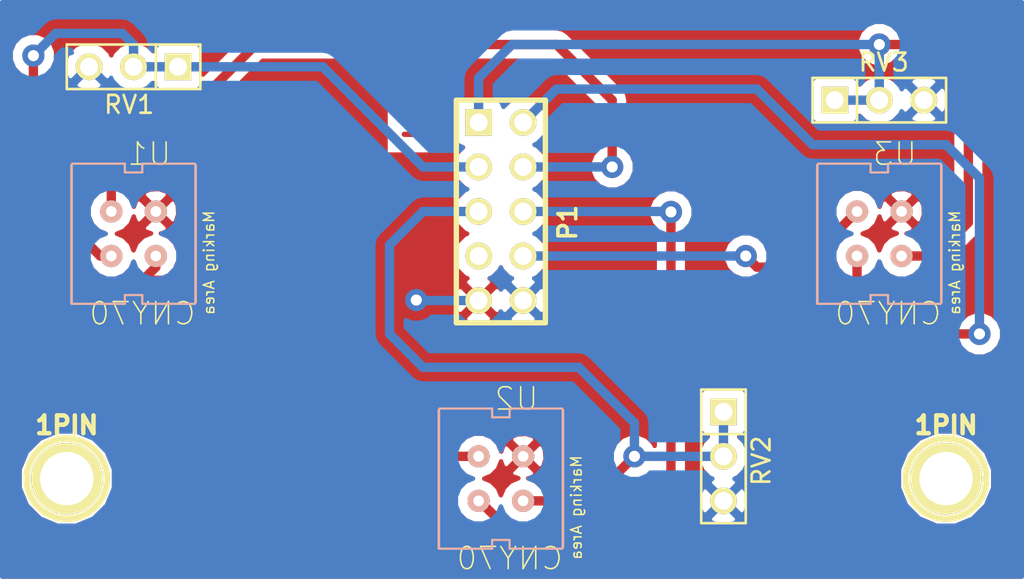
<source format=kicad_pcb>
(kicad_pcb (version 3) (host pcbnew "(2013-mar-13)-testing")

  (general
    (links 21)
    (no_connects 0)
    (area 55.245 31.75 113.665001 64.82207)
    (thickness 1.6)
    (drawings 2)
    (tracks 85)
    (zones 0)
    (modules 9)
    (nets 11)
  )

  (page A3)
  (layers
    (15 F.Cu signal)
    (0 B.Cu signal)
    (16 B.Adhes user)
    (17 F.Adhes user)
    (18 B.Paste user)
    (19 F.Paste user)
    (20 B.SilkS user)
    (21 F.SilkS user)
    (22 B.Mask user)
    (23 F.Mask user)
    (24 Dwgs.User user)
    (25 Cmts.User user)
    (26 Eco1.User user)
    (27 Eco2.User user)
    (28 Edge.Cuts user)
  )

  (setup
    (last_trace_width 0.5334)
    (trace_clearance 0.5334)
    (zone_clearance 0.508)
    (zone_45_only no)
    (trace_min 0.254)
    (segment_width 0.2)
    (edge_width 0.1)
    (via_size 1.27)
    (via_drill 0.635)
    (via_min_size 0.889)
    (via_min_drill 0.508)
    (uvia_size 0.762)
    (uvia_drill 0.508)
    (uvias_allowed no)
    (uvia_min_size 0.508)
    (uvia_min_drill 0.127)
    (pcb_text_width 0.3)
    (pcb_text_size 1.5 1.5)
    (mod_edge_width 0.15)
    (mod_text_size 1 1)
    (mod_text_width 0.15)
    (pad_size 1.524 1.524)
    (pad_drill 1.016)
    (pad_to_mask_clearance 0)
    (aux_axis_origin 0 0)
    (visible_elements 7FFFFFFF)
    (pcbplotparams
      (layerselection 32769)
      (usegerberextensions false)
      (excludeedgelayer true)
      (linewidth 0.150000)
      (plotframeref false)
      (viasonmask false)
      (mode 1)
      (useauxorigin false)
      (hpglpennumber 1)
      (hpglpenspeed 20)
      (hpglpendiameter 15)
      (hpglpenoverlay 2)
      (psnegative true)
      (psa4output false)
      (plotreference false)
      (plotvalue false)
      (plotothertext false)
      (plotinvisibletext false)
      (padsonsilk false)
      (subtractmaskfromsilk false)
      (outputformat 2)
      (mirror false)
      (drillshape 0)
      (scaleselection 1)
      (outputdirectory ../gerbers/Sensores/))
  )

  (net 0 "")
  (net 1 /5V)
  (net 2 /GND)
  (net 3 "/GND LED sensores")
  (net 4 "/PA0 - Sensor piso izquierda")
  (net 5 "/PA1 - Sensor piso centro")
  (net 6 "/PA2 - Sensor piso derecha")
  (net 7 "/Vcc sensor piso centro")
  (net 8 "/Vcc sensor piso derecha")
  (net 9 "/Vcc sensor piso izquierda")
  (net 10 N-000008)

  (net_class Default "This is the default net class."
    (clearance 0.5334)
    (trace_width 0.5334)
    (via_dia 1.27)
    (via_drill 0.635)
    (uvia_dia 0.762)
    (uvia_drill 0.508)
    (add_net "")
    (add_net /5V)
    (add_net /GND)
    (add_net "/GND LED sensores")
    (add_net "/PA0 - Sensor piso izquierda")
    (add_net "/PA1 - Sensor piso centro")
    (add_net "/PA2 - Sensor piso derecha")
    (add_net "/Vcc sensor piso centro")
    (add_net "/Vcc sensor piso derecha")
    (add_net "/Vcc sensor piso izquierda")
    (add_net N-000008)
  )

  (module PIN_ARRAY_5x2 (layer F.Cu) (tedit 3FCF2109) (tstamp 51A2B965)
    (at 83.82 43.815 270)
    (descr "Double rangee de contacts 2 x 5 pins")
    (tags CONN)
    (path /51A27F19)
    (fp_text reference P1 (at 0.635 -3.81 270) (layer F.SilkS)
      (effects (font (size 1.016 1.016) (thickness 0.2032)))
    )
    (fp_text value CONN_5X2 (at 0 -3.81 270) (layer F.SilkS) hide
      (effects (font (size 1.016 1.016) (thickness 0.2032)))
    )
    (fp_line (start -6.35 -2.54) (end 6.35 -2.54) (layer F.SilkS) (width 0.3048))
    (fp_line (start 6.35 -2.54) (end 6.35 2.54) (layer F.SilkS) (width 0.3048))
    (fp_line (start 6.35 2.54) (end -6.35 2.54) (layer F.SilkS) (width 0.3048))
    (fp_line (start -6.35 2.54) (end -6.35 -2.54) (layer F.SilkS) (width 0.3048))
    (pad 1 thru_hole rect (at -5.08 1.27 270) (size 1.524 1.524) (drill 1.016)
      (layers *.Cu *.Mask F.SilkS)
      (net 6 "/PA2 - Sensor piso derecha")
    )
    (pad 2 thru_hole circle (at -5.08 -1.27 270) (size 1.524 1.524) (drill 1.016)
      (layers *.Cu *.Mask F.SilkS)
      (net 8 "/Vcc sensor piso derecha")
    )
    (pad 3 thru_hole circle (at -2.54 1.27 270) (size 1.524 1.524) (drill 1.016)
      (layers *.Cu *.Mask F.SilkS)
      (net 4 "/PA0 - Sensor piso izquierda")
    )
    (pad 4 thru_hole circle (at -2.54 -1.27 270) (size 1.524 1.524) (drill 1.016)
      (layers *.Cu *.Mask F.SilkS)
      (net 9 "/Vcc sensor piso izquierda")
    )
    (pad 5 thru_hole circle (at 0 1.27 270) (size 1.524 1.524) (drill 1.016)
      (layers *.Cu *.Mask F.SilkS)
      (net 5 "/PA1 - Sensor piso centro")
    )
    (pad 6 thru_hole circle (at 0 -1.27 270) (size 1.524 1.524) (drill 1.016)
      (layers *.Cu *.Mask F.SilkS)
      (net 7 "/Vcc sensor piso centro")
    )
    (pad 7 thru_hole circle (at 2.54 1.27 270) (size 1.524 1.524) (drill 1.016)
      (layers *.Cu *.Mask F.SilkS)
      (net 10 N-000008)
    )
    (pad 8 thru_hole circle (at 2.54 -1.27 270) (size 1.524 1.524) (drill 1.016)
      (layers *.Cu *.Mask F.SilkS)
      (net 3 "/GND LED sensores")
    )
    (pad 9 thru_hole circle (at 5.08 1.27 270) (size 1.524 1.524) (drill 1.016)
      (layers *.Cu *.Mask F.SilkS)
      (net 1 /5V)
    )
    (pad 10 thru_hole circle (at 5.08 -1.27 270) (size 1.524 1.524) (drill 1.016)
      (layers *.Cu *.Mask F.SilkS)
      (net 2 /GND)
    )
    (model pin_array/pins_array_5x2.wrl
      (at (xyz 0 0 0))
      (scale (xyz 1 1 1))
      (rotate (xyz 0 0 0))
    )
  )

  (module PIN_ARRAY_3X1 (layer F.Cu) (tedit 4C1130E0) (tstamp 51A29A99)
    (at 62.865 35.56 180)
    (descr "Connecteur 3 pins")
    (tags "CONN DEV")
    (path /516A2B00)
    (fp_text reference RV1 (at 0.254 -2.159 180) (layer F.SilkS)
      (effects (font (size 1.016 1.016) (thickness 0.1524)))
    )
    (fp_text value POT (at 0 -2.159 180) (layer F.SilkS) hide
      (effects (font (size 1.016 1.016) (thickness 0.1524)))
    )
    (fp_line (start -3.81 1.27) (end -3.81 -1.27) (layer F.SilkS) (width 0.1524))
    (fp_line (start -3.81 -1.27) (end 3.81 -1.27) (layer F.SilkS) (width 0.1524))
    (fp_line (start 3.81 -1.27) (end 3.81 1.27) (layer F.SilkS) (width 0.1524))
    (fp_line (start 3.81 1.27) (end -3.81 1.27) (layer F.SilkS) (width 0.1524))
    (fp_line (start -1.27 -1.27) (end -1.27 1.27) (layer F.SilkS) (width 0.1524))
    (pad 1 thru_hole rect (at -2.54 0 180) (size 1.524 1.524) (drill 1.016)
      (layers *.Cu *.Mask F.SilkS)
      (net 4 "/PA0 - Sensor piso izquierda")
    )
    (pad 2 thru_hole circle (at 0 0 180) (size 1.524 1.524) (drill 1.016)
      (layers *.Cu *.Mask F.SilkS)
      (net 4 "/PA0 - Sensor piso izquierda")
    )
    (pad 3 thru_hole circle (at 2.54 0 180) (size 1.524 1.524) (drill 1.016)
      (layers *.Cu *.Mask F.SilkS)
      (net 2 /GND)
    )
    (model pin_array/pins_array_3x1.wrl
      (at (xyz 0 0 0))
      (scale (xyz 1 1 1))
      (rotate (xyz 0 0 0))
    )
  )

  (module PIN_ARRAY_3X1 (layer F.Cu) (tedit 4C1130E0) (tstamp 51A29AA5)
    (at 96.52 57.785 270)
    (descr "Connecteur 3 pins")
    (tags "CONN DEV")
    (path /51A284F4)
    (fp_text reference RV2 (at 0.254 -2.159 270) (layer F.SilkS)
      (effects (font (size 1.016 1.016) (thickness 0.1524)))
    )
    (fp_text value POT (at 0 -2.159 270) (layer F.SilkS) hide
      (effects (font (size 1.016 1.016) (thickness 0.1524)))
    )
    (fp_line (start -3.81 1.27) (end -3.81 -1.27) (layer F.SilkS) (width 0.1524))
    (fp_line (start -3.81 -1.27) (end 3.81 -1.27) (layer F.SilkS) (width 0.1524))
    (fp_line (start 3.81 -1.27) (end 3.81 1.27) (layer F.SilkS) (width 0.1524))
    (fp_line (start 3.81 1.27) (end -3.81 1.27) (layer F.SilkS) (width 0.1524))
    (fp_line (start -1.27 -1.27) (end -1.27 1.27) (layer F.SilkS) (width 0.1524))
    (pad 1 thru_hole rect (at -2.54 0 270) (size 1.524 1.524) (drill 1.016)
      (layers *.Cu *.Mask F.SilkS)
      (net 5 "/PA1 - Sensor piso centro")
    )
    (pad 2 thru_hole circle (at 0 0 270) (size 1.524 1.524) (drill 1.016)
      (layers *.Cu *.Mask F.SilkS)
      (net 5 "/PA1 - Sensor piso centro")
    )
    (pad 3 thru_hole circle (at 2.54 0 270) (size 1.524 1.524) (drill 1.016)
      (layers *.Cu *.Mask F.SilkS)
      (net 2 /GND)
    )
    (model pin_array/pins_array_3x1.wrl
      (at (xyz 0 0 0))
      (scale (xyz 1 1 1))
      (rotate (xyz 0 0 0))
    )
  )

  (module PIN_ARRAY_3X1 (layer F.Cu) (tedit 4C1130E0) (tstamp 51A29AB1)
    (at 105.41 37.465)
    (descr "Connecteur 3 pins")
    (tags "CONN DEV")
    (path /51A28514)
    (fp_text reference RV3 (at 0.254 -2.159) (layer F.SilkS)
      (effects (font (size 1.016 1.016) (thickness 0.1524)))
    )
    (fp_text value POT (at 0 -2.159) (layer F.SilkS) hide
      (effects (font (size 1.016 1.016) (thickness 0.1524)))
    )
    (fp_line (start -3.81 1.27) (end -3.81 -1.27) (layer F.SilkS) (width 0.1524))
    (fp_line (start -3.81 -1.27) (end 3.81 -1.27) (layer F.SilkS) (width 0.1524))
    (fp_line (start 3.81 -1.27) (end 3.81 1.27) (layer F.SilkS) (width 0.1524))
    (fp_line (start 3.81 1.27) (end -3.81 1.27) (layer F.SilkS) (width 0.1524))
    (fp_line (start -1.27 -1.27) (end -1.27 1.27) (layer F.SilkS) (width 0.1524))
    (pad 1 thru_hole rect (at -2.54 0) (size 1.524 1.524) (drill 1.016)
      (layers *.Cu *.Mask F.SilkS)
      (net 6 "/PA2 - Sensor piso derecha")
    )
    (pad 2 thru_hole circle (at 0 0) (size 1.524 1.524) (drill 1.016)
      (layers *.Cu *.Mask F.SilkS)
      (net 6 "/PA2 - Sensor piso derecha")
    )
    (pad 3 thru_hole circle (at 2.54 0) (size 1.524 1.524) (drill 1.016)
      (layers *.Cu *.Mask F.SilkS)
      (net 2 /GND)
    )
    (model pin_array/pins_array_3x1.wrl
      (at (xyz 0 0 0))
      (scale (xyz 1 1 1))
      (rotate (xyz 0 0 0))
    )
  )

  (module cny70-4 (layer B.Cu) (tedit 200000) (tstamp 51A29AC6)
    (at 62.865 45.085)
    (path /516A2AAF)
    (attr virtual)
    (fp_text reference U1 (at 0.889 -4.55422) (layer F.SilkS)
      (effects (font (size 1.27 1.27) (thickness 0.0889)) (justify mirror))
    )
    (fp_text value CNY70 (at 0.508 4.55422) (layer F.SilkS)
      (effects (font (size 1.27 1.27) (thickness 0.0889)) (justify mirror))
    )
    (fp_line (start 3.53822 3.91922) (end 3.53822 -3.91922) (layer B.SilkS) (width 0.1524))
    (fp_line (start -3.53822 -3.91922) (end -3.53822 3.98272) (layer B.SilkS) (width 0.1524))
    (fp_line (start -0.49784 3.99796) (end -0.49784 3.49758) (layer B.SilkS) (width 0.127))
    (fp_line (start -0.49784 3.49758) (end 0.49784 3.49758) (layer B.SilkS) (width 0.127))
    (fp_line (start 0.49784 3.49758) (end 0.49784 3.99796) (layer B.SilkS) (width 0.127))
    (fp_line (start -0.49784 -3.99796) (end -0.49784 -3.49758) (layer B.SilkS) (width 0.127))
    (fp_line (start -0.49784 -3.49758) (end 0.49784 -3.49758) (layer B.SilkS) (width 0.127))
    (fp_line (start 0.49784 -3.49758) (end 0.49784 -3.99796) (layer B.SilkS) (width 0.127))
    (fp_line (start -0.49784 3.99796) (end -3.49758 3.99796) (layer B.SilkS) (width 0.127))
    (fp_line (start 0.49784 3.99796) (end 3.49758 3.99796) (layer B.SilkS) (width 0.127))
    (fp_line (start -0.49784 -3.99796) (end -3.49758 -3.99796) (layer B.SilkS) (width 0.127))
    (fp_line (start 0.49784 -3.99796) (end 3.49758 -3.99796) (layer B.SilkS) (width 0.127))
    (fp_text user "Marking Area" (at 4.30276 1.65608 90) (layer F.SilkS)
      (effects (font (size 0.6096 0.6096) (thickness 0.0889)) (justify mirror))
    )
    (pad A thru_hole circle (at -1.27 1.27) (size 1.27 1.27) (drill 0.6096)
      (layers *.Cu B.Paste B.SilkS B.Mask)
      (net 9 "/Vcc sensor piso izquierda")
    )
    (pad C thru_hole circle (at 1.27 -1.27) (size 1.27 1.27) (drill 0.6096)
      (layers *.Cu B.Paste B.SilkS B.Mask)
      (net 1 /5V)
    )
    (pad E thru_hole circle (at 1.27 1.27) (size 1.27 1.27) (drill 0.6096)
      (layers *.Cu B.Paste B.SilkS B.Mask)
      (net 4 "/PA0 - Sensor piso izquierda")
    )
    (pad K thru_hole circle (at -1.27 -1.27) (size 1.27 1.27) (drill 0.6096)
      (layers *.Cu B.Paste B.SilkS B.Mask)
      (net 3 "/GND LED sensores")
    )
  )

  (module cny70-4 (layer B.Cu) (tedit 200000) (tstamp 51A29ADB)
    (at 83.82 59.055)
    (path /51A284FA)
    (attr virtual)
    (fp_text reference U2 (at 0.889 -4.55422) (layer F.SilkS)
      (effects (font (size 1.27 1.27) (thickness 0.0889)) (justify mirror))
    )
    (fp_text value CNY70 (at 0.508 4.55422) (layer F.SilkS)
      (effects (font (size 1.27 1.27) (thickness 0.0889)) (justify mirror))
    )
    (fp_line (start 3.53822 3.91922) (end 3.53822 -3.91922) (layer B.SilkS) (width 0.1524))
    (fp_line (start -3.53822 -3.91922) (end -3.53822 3.98272) (layer B.SilkS) (width 0.1524))
    (fp_line (start -0.49784 3.99796) (end -0.49784 3.49758) (layer B.SilkS) (width 0.127))
    (fp_line (start -0.49784 3.49758) (end 0.49784 3.49758) (layer B.SilkS) (width 0.127))
    (fp_line (start 0.49784 3.49758) (end 0.49784 3.99796) (layer B.SilkS) (width 0.127))
    (fp_line (start -0.49784 -3.99796) (end -0.49784 -3.49758) (layer B.SilkS) (width 0.127))
    (fp_line (start -0.49784 -3.49758) (end 0.49784 -3.49758) (layer B.SilkS) (width 0.127))
    (fp_line (start 0.49784 -3.49758) (end 0.49784 -3.99796) (layer B.SilkS) (width 0.127))
    (fp_line (start -0.49784 3.99796) (end -3.49758 3.99796) (layer B.SilkS) (width 0.127))
    (fp_line (start 0.49784 3.99796) (end 3.49758 3.99796) (layer B.SilkS) (width 0.127))
    (fp_line (start -0.49784 -3.99796) (end -3.49758 -3.99796) (layer B.SilkS) (width 0.127))
    (fp_line (start 0.49784 -3.99796) (end 3.49758 -3.99796) (layer B.SilkS) (width 0.127))
    (fp_text user "Marking Area" (at 4.30276 1.65608 90) (layer F.SilkS)
      (effects (font (size 0.6096 0.6096) (thickness 0.0889)) (justify mirror))
    )
    (pad A thru_hole circle (at -1.27 1.27) (size 1.27 1.27) (drill 0.6096)
      (layers *.Cu B.Paste B.SilkS B.Mask)
      (net 7 "/Vcc sensor piso centro")
    )
    (pad C thru_hole circle (at 1.27 -1.27) (size 1.27 1.27) (drill 0.6096)
      (layers *.Cu B.Paste B.SilkS B.Mask)
      (net 1 /5V)
    )
    (pad E thru_hole circle (at 1.27 1.27) (size 1.27 1.27) (drill 0.6096)
      (layers *.Cu B.Paste B.SilkS B.Mask)
      (net 5 "/PA1 - Sensor piso centro")
    )
    (pad K thru_hole circle (at -1.27 -1.27) (size 1.27 1.27) (drill 0.6096)
      (layers *.Cu B.Paste B.SilkS B.Mask)
      (net 3 "/GND LED sensores")
    )
  )

  (module cny70-4 (layer B.Cu) (tedit 200000) (tstamp 51A29AF0)
    (at 105.41 45.085)
    (path /51A299A4)
    (attr virtual)
    (fp_text reference U3 (at 0.889 -4.55422) (layer F.SilkS)
      (effects (font (size 1.27 1.27) (thickness 0.0889)) (justify mirror))
    )
    (fp_text value CNY70 (at 0.508 4.55422) (layer F.SilkS)
      (effects (font (size 1.27 1.27) (thickness 0.0889)) (justify mirror))
    )
    (fp_line (start 3.53822 3.91922) (end 3.53822 -3.91922) (layer B.SilkS) (width 0.1524))
    (fp_line (start -3.53822 -3.91922) (end -3.53822 3.98272) (layer B.SilkS) (width 0.1524))
    (fp_line (start -0.49784 3.99796) (end -0.49784 3.49758) (layer B.SilkS) (width 0.127))
    (fp_line (start -0.49784 3.49758) (end 0.49784 3.49758) (layer B.SilkS) (width 0.127))
    (fp_line (start 0.49784 3.49758) (end 0.49784 3.99796) (layer B.SilkS) (width 0.127))
    (fp_line (start -0.49784 -3.99796) (end -0.49784 -3.49758) (layer B.SilkS) (width 0.127))
    (fp_line (start -0.49784 -3.49758) (end 0.49784 -3.49758) (layer B.SilkS) (width 0.127))
    (fp_line (start 0.49784 -3.49758) (end 0.49784 -3.99796) (layer B.SilkS) (width 0.127))
    (fp_line (start -0.49784 3.99796) (end -3.49758 3.99796) (layer B.SilkS) (width 0.127))
    (fp_line (start 0.49784 3.99796) (end 3.49758 3.99796) (layer B.SilkS) (width 0.127))
    (fp_line (start -0.49784 -3.99796) (end -3.49758 -3.99796) (layer B.SilkS) (width 0.127))
    (fp_line (start 0.49784 -3.99796) (end 3.49758 -3.99796) (layer B.SilkS) (width 0.127))
    (fp_text user "Marking Area" (at 4.30276 1.65608 90) (layer F.SilkS)
      (effects (font (size 0.6096 0.6096) (thickness 0.0889)) (justify mirror))
    )
    (pad A thru_hole circle (at -1.27 1.27) (size 1.27 1.27) (drill 0.6096)
      (layers *.Cu B.Paste B.SilkS B.Mask)
      (net 8 "/Vcc sensor piso derecha")
    )
    (pad C thru_hole circle (at 1.27 -1.27) (size 1.27 1.27) (drill 0.6096)
      (layers *.Cu B.Paste B.SilkS B.Mask)
      (net 1 /5V)
    )
    (pad E thru_hole circle (at 1.27 1.27) (size 1.27 1.27) (drill 0.6096)
      (layers *.Cu B.Paste B.SilkS B.Mask)
      (net 6 "/PA2 - Sensor piso derecha")
    )
    (pad K thru_hole circle (at -1.27 -1.27) (size 1.27 1.27) (drill 0.6096)
      (layers *.Cu B.Paste B.SilkS B.Mask)
      (net 3 "/GND LED sensores")
    )
  )

  (module 1pin (layer F.Cu) (tedit 200000) (tstamp 51A2C4B0)
    (at 109.22 59.055)
    (descr "module 1 pin (ou trou mecanique de percage)")
    (tags DEV)
    (path 1pin)
    (fp_text reference 1PIN (at 0 -3.048) (layer F.SilkS)
      (effects (font (size 1.016 1.016) (thickness 0.254)))
    )
    (fp_text value P*** (at 0 2.794) (layer F.SilkS) hide
      (effects (font (size 1.016 1.016) (thickness 0.254)))
    )
    (fp_circle (center 0 0) (end 0 -2.286) (layer F.SilkS) (width 0.381))
    (pad 1 thru_hole circle (at 0 0) (size 4.064 4.064) (drill 3.048)
      (layers *.Cu *.Mask F.SilkS)
    )
  )

  (module 1pin (layer F.Cu) (tedit 200000) (tstamp 51A2C4BB)
    (at 59.055 59.055)
    (descr "module 1 pin (ou trou mecanique de percage)")
    (tags DEV)
    (path 1pin)
    (fp_text reference 1PIN (at 0 -3.048) (layer F.SilkS)
      (effects (font (size 1.016 1.016) (thickness 0.254)))
    )
    (fp_text value P*** (at 0 2.794) (layer F.SilkS) hide
      (effects (font (size 1.016 1.016) (thickness 0.254)))
    )
    (fp_circle (center 0 0) (end 0 -2.286) (layer F.SilkS) (width 0.381))
    (pad 1 thru_hole circle (at 0 0) (size 4.064 4.064) (drill 3.048)
      (layers *.Cu *.Mask F.SilkS)
    )
  )

  (gr_text "TCO\nCarballeda\nCerone\nFarace" (at 66.04 52.07) (layer F.Cu)
    (effects (font (size 1.5 1.5) (thickness 0.3)))
  )
  (gr_text 1 (at 78.74 38.735) (layer F.Cu)
    (effects (font (size 1.5 1.5) (thickness 0.3)))
  )

  (segment (start 82.55 48.895) (end 79.0194 48.895) (width 0.5334) (layer B.Cu) (net 1))
  (via (at 78.994 48.8696) (size 1.27) (layers F.Cu B.Cu) (net 1))
  (segment (start 79.0194 48.895) (end 78.994 48.8696) (width 0.5334) (layer B.Cu) (net 1) (tstamp 51A2B68D))
  (segment (start 85.09 46.355) (end 97.79 46.355) (width 0.5334) (layer B.Cu) (net 3))
  (segment (start 98.425 46.99) (end 97.79 46.355) (width 0.5334) (layer F.Cu) (net 3) (tstamp 51A2B215))
  (via (at 97.79 46.355) (size 1.27) (layers F.Cu B.Cu) (net 3))
  (segment (start 98.425 46.99) (end 100.965 46.99) (width 0.5334) (layer F.Cu) (net 3))
  (segment (start 76.2 57.785) (end 81.28 62.865) (width 0.5334) (layer F.Cu) (net 3))
  (segment (start 100.965 46.99) (end 104.14 43.815) (width 0.5334) (layer F.Cu) (net 3) (tstamp 51A2B211))
  (segment (start 100.965 59.69) (end 100.965 46.99) (width 0.5334) (layer F.Cu) (net 3) (tstamp 51A2B20D))
  (segment (start 97.79 62.865) (end 100.965 59.69) (width 0.5334) (layer F.Cu) (net 3) (tstamp 51A2B209))
  (segment (start 81.28 62.865) (end 97.79 62.865) (width 0.5334) (layer F.Cu) (net 3) (tstamp 51A2B206))
  (segment (start 61.595 43.815) (end 61.595 40.64) (width 0.5334) (layer F.Cu) (net 3))
  (segment (start 76.2 57.785) (end 82.55 57.785) (width 0.5334) (layer F.Cu) (net 3) (tstamp 51A2B1FC))
  (segment (start 73.66 55.245) (end 76.2 57.785) (width 0.5334) (layer F.Cu) (net 3) (tstamp 51A2B1FB))
  (segment (start 73.66 46.355) (end 73.66 55.245) (width 0.5334) (layer F.Cu) (net 3) (tstamp 51A2B1F7))
  (segment (start 66.675 39.37) (end 73.66 46.355) (width 0.5334) (layer F.Cu) (net 3) (tstamp 51A2B1F4))
  (segment (start 62.865 39.37) (end 66.675 39.37) (width 0.5334) (layer F.Cu) (net 3) (tstamp 51A2B1F3))
  (segment (start 61.595 40.64) (end 62.865 39.37) (width 0.5334) (layer F.Cu) (net 3) (tstamp 51A2B1EC))
  (segment (start 65.405 35.56) (end 73.66 35.56) (width 0.5334) (layer B.Cu) (net 4))
  (segment (start 79.375 41.275) (end 82.55 41.275) (width 0.5334) (layer B.Cu) (net 4) (tstamp 51A2B19C))
  (segment (start 73.66 35.56) (end 79.375 41.275) (width 0.5334) (layer B.Cu) (net 4) (tstamp 51A2B197))
  (segment (start 62.865 35.56) (end 65.405 35.56) (width 0.5334) (layer B.Cu) (net 4))
  (segment (start 64.135 46.355) (end 64.135 46.99) (width 0.5334) (layer F.Cu) (net 4))
  (segment (start 62.865 34.29) (end 62.865 35.56) (width 0.5334) (layer B.Cu) (net 4) (tstamp 51A2AEF5))
  (segment (start 62.23 33.655) (end 62.865 34.29) (width 0.5334) (layer B.Cu) (net 4) (tstamp 51A2AEF4))
  (segment (start 58.42 33.655) (end 62.23 33.655) (width 0.5334) (layer B.Cu) (net 4) (tstamp 51A2AEF3))
  (segment (start 57.15 34.925) (end 58.42 33.655) (width 0.5334) (layer B.Cu) (net 4) (tstamp 51A2AEF2))
  (via (at 57.15 34.925) (size 1.27) (layers F.Cu B.Cu) (net 4))
  (segment (start 57.15 45.72) (end 57.15 34.925) (width 0.5334) (layer F.Cu) (net 4) (tstamp 51A2AEEB))
  (segment (start 60.325 48.895) (end 57.15 45.72) (width 0.5334) (layer F.Cu) (net 4) (tstamp 51A2AEEA))
  (segment (start 62.23 48.895) (end 60.325 48.895) (width 0.5334) (layer F.Cu) (net 4) (tstamp 51A2AEE9))
  (segment (start 64.135 46.99) (end 62.23 48.895) (width 0.5334) (layer F.Cu) (net 4) (tstamp 51A2AEE8))
  (segment (start 82.55 43.815) (end 79.375 43.815) (width 0.5334) (layer B.Cu) (net 5))
  (segment (start 91.44 55.88) (end 91.44 57.785) (width 0.5334) (layer B.Cu) (net 5) (tstamp 51A2B25A))
  (segment (start 88.265 52.705) (end 91.44 55.88) (width 0.5334) (layer B.Cu) (net 5) (tstamp 51A2B258))
  (segment (start 79.375 52.705) (end 88.265 52.705) (width 0.5334) (layer B.Cu) (net 5) (tstamp 51A2B257))
  (segment (start 77.47 50.8) (end 79.375 52.705) (width 0.5334) (layer B.Cu) (net 5) (tstamp 51A2B256))
  (segment (start 77.47 45.72) (end 77.47 50.8) (width 0.5334) (layer B.Cu) (net 5) (tstamp 51A2B255))
  (segment (start 79.375 43.815) (end 77.47 45.72) (width 0.5334) (layer B.Cu) (net 5) (tstamp 51A2B251))
  (segment (start 85.09 60.325) (end 88.9 60.325) (width 0.5334) (layer F.Cu) (net 5))
  (segment (start 91.44 57.785) (end 96.52 57.785) (width 0.5334) (layer B.Cu) (net 5) (tstamp 51A2AE4A))
  (via (at 91.44 57.785) (size 1.27) (layers F.Cu B.Cu) (net 5))
  (segment (start 88.9 60.325) (end 91.44 57.785) (width 0.5334) (layer F.Cu) (net 5) (tstamp 51A2AE41))
  (segment (start 96.52 57.785) (end 96.52 55.245) (width 0.5334) (layer B.Cu) (net 5) (tstamp 51A2AE4B))
  (segment (start 105.41 34.29) (end 84.455 34.29) (width 0.5334) (layer B.Cu) (net 6))
  (segment (start 82.55 36.195) (end 82.55 38.735) (width 0.5334) (layer B.Cu) (net 6) (tstamp 51A2B1BF))
  (segment (start 84.455 34.29) (end 82.55 36.195) (width 0.5334) (layer B.Cu) (net 6) (tstamp 51A2B1BC))
  (segment (start 105.41 37.465) (end 102.87 37.465) (width 0.5334) (layer B.Cu) (net 6))
  (segment (start 106.68 46.355) (end 108.585 46.355) (width 0.5334) (layer F.Cu) (net 6))
  (segment (start 105.41 34.29) (end 105.41 37.465) (width 0.5334) (layer B.Cu) (net 6) (tstamp 51A2AE6D))
  (via (at 105.41 34.29) (size 1.27) (layers F.Cu B.Cu) (net 6))
  (segment (start 108.585 34.29) (end 105.41 34.29) (width 0.5334) (layer F.Cu) (net 6) (tstamp 51A2AE69))
  (segment (start 110.49 36.195) (end 108.585 34.29) (width 0.5334) (layer F.Cu) (net 6) (tstamp 51A2AE68))
  (segment (start 110.49 44.45) (end 110.49 36.195) (width 0.5334) (layer F.Cu) (net 6) (tstamp 51A2AE67))
  (segment (start 108.585 46.355) (end 110.49 44.45) (width 0.5334) (layer F.Cu) (net 6) (tstamp 51A2AE5D))
  (segment (start 82.55 60.325) (end 82.600802 60.325) (width 0.5334) (layer F.Cu) (net 7))
  (segment (start 93.4974 43.815) (end 85.09 43.815) (width 0.5334) (layer B.Cu) (net 7) (tstamp 51A2BA72))
  (segment (start 93.5228 43.8404) (end 93.4974 43.815) (width 0.5334) (layer B.Cu) (net 7) (tstamp 51A2BA71))
  (via (at 93.5228 43.8404) (size 1.27) (layers F.Cu B.Cu) (net 7))
  (segment (start 93.5228 59.3852) (end 93.5228 43.8404) (width 0.5334) (layer F.Cu) (net 7) (tstamp 51A2BA59))
  (segment (start 91.109802 61.798198) (end 93.5228 59.3852) (width 0.5334) (layer F.Cu) (net 7) (tstamp 51A2BA58))
  (segment (start 84.074 61.798198) (end 91.109802 61.798198) (width 0.5334) (layer F.Cu) (net 7) (tstamp 51A2BA57))
  (segment (start 82.600802 60.325) (end 84.074 61.798198) (width 0.5334) (layer F.Cu) (net 7) (tstamp 51A2BA4D))
  (segment (start 85.09 38.735) (end 86.995 36.83) (width 0.5334) (layer B.Cu) (net 8))
  (segment (start 104.14 48.895) (end 104.14 46.355) (width 0.5334) (layer F.Cu) (net 8) (tstamp 51A2B1DD))
  (segment (start 106.045 50.8) (end 104.14 48.895) (width 0.5334) (layer F.Cu) (net 8) (tstamp 51A2B1DB))
  (segment (start 111.125 50.8) (end 106.045 50.8) (width 0.5334) (layer F.Cu) (net 8) (tstamp 51A2B1DA))
  (via (at 111.125 50.8) (size 1.27) (layers F.Cu B.Cu) (net 8))
  (segment (start 111.125 41.91) (end 111.125 50.8) (width 0.5334) (layer B.Cu) (net 8) (tstamp 51A2B1D6))
  (segment (start 109.22 40.005) (end 111.125 41.91) (width 0.5334) (layer B.Cu) (net 8) (tstamp 51A2B1D5))
  (segment (start 101.6 40.005) (end 109.22 40.005) (width 0.5334) (layer B.Cu) (net 8) (tstamp 51A2B1D3))
  (segment (start 98.425 36.83) (end 101.6 40.005) (width 0.5334) (layer B.Cu) (net 8) (tstamp 51A2B1CA))
  (segment (start 86.995 36.83) (end 98.425 36.83) (width 0.5334) (layer B.Cu) (net 8) (tstamp 51A2B1C5))
  (segment (start 61.595 46.355) (end 60.96 46.355) (width 0.5334) (layer F.Cu) (net 9))
  (segment (start 90.17 41.275) (end 85.09 41.275) (width 0.5334) (layer B.Cu) (net 9) (tstamp 51A2AF38))
  (via (at 90.17 41.275) (size 1.27) (layers F.Cu B.Cu) (net 9))
  (segment (start 90.17 37.465) (end 90.17 41.275) (width 0.5334) (layer F.Cu) (net 9) (tstamp 51A2AF34))
  (segment (start 86.995 34.29) (end 90.17 37.465) (width 0.5334) (layer F.Cu) (net 9) (tstamp 51A2AF32))
  (segment (start 69.85 34.29) (end 86.995 34.29) (width 0.5334) (layer F.Cu) (net 9) (tstamp 51A2AF2E))
  (segment (start 66.675 37.465) (end 69.85 34.29) (width 0.5334) (layer F.Cu) (net 9) (tstamp 51A2AF26))
  (segment (start 60.325 37.465) (end 66.675 37.465) (width 0.5334) (layer F.Cu) (net 9) (tstamp 51A2AF1F))
  (segment (start 59.055 38.735) (end 60.325 37.465) (width 0.5334) (layer F.Cu) (net 9) (tstamp 51A2AF1C))
  (segment (start 59.055 44.45) (end 59.055 38.735) (width 0.5334) (layer F.Cu) (net 9) (tstamp 51A2AF19))
  (segment (start 60.96 46.355) (end 59.055 44.45) (width 0.5334) (layer F.Cu) (net 9) (tstamp 51A2AF15))

  (zone (net 2) (net_name /GND) (layer B.Cu) (tstamp 51A29E36) (hatch edge 0.508)
    (connect_pads (clearance 0.508))
    (min_thickness 0.254)
    (fill (arc_segments 16) (thermal_gap 0.508) (thermal_bridge_width 0.508))
    (polygon
      (pts
        (xy 55.245 31.75) (xy 113.665 31.75) (xy 113.665 64.77) (xy 55.245 64.77) (xy 55.245 32.385)
      )
    )
    (filled_polygon
      (pts
        (xy 113.538 64.643) (xy 112.420624 64.643) (xy 112.420624 50.54346) (xy 112.223827 50.067174) (xy 112.0521 49.895147)
        (xy 112.0521 41.910005) (xy 112.0521 41.91) (xy 112.052101 41.91) (xy 111.981529 41.555214) (xy 111.780559 41.254441)
        (xy 109.875559 39.349441) (xy 109.574786 39.148471) (xy 109.359144 39.105577) (xy 109.359144 37.672698) (xy 109.331362 37.117632)
        (xy 109.172397 36.733857) (xy 108.930213 36.664392) (xy 108.750608 36.843997) (xy 108.750608 36.484787) (xy 108.681143 36.242603)
        (xy 108.157698 36.055856) (xy 107.602632 36.083638) (xy 107.218857 36.242603) (xy 107.149392 36.484787) (xy 107.95 37.285395)
        (xy 108.750608 36.484787) (xy 108.750608 36.843997) (xy 108.129605 37.465) (xy 108.930213 38.265608) (xy 109.172397 38.196143)
        (xy 109.359144 37.672698) (xy 109.359144 39.105577) (xy 109.22 39.0779) (xy 108.750608 39.0779) (xy 108.750608 38.445213)
        (xy 107.95 37.644605) (xy 107.149392 38.445213) (xy 107.218857 38.687397) (xy 107.742302 38.874144) (xy 108.297368 38.846362)
        (xy 108.681143 38.687397) (xy 108.750608 38.445213) (xy 108.750608 39.0779) (xy 101.984018 39.0779) (xy 99.080559 36.174441)
        (xy 98.779786 35.973471) (xy 98.425 35.9029) (xy 86.995005 35.9029) (xy 86.995 35.902899) (xy 86.640214 35.973471)
        (xy 86.339441 36.174441) (xy 85.201185 37.312696) (xy 84.808309 37.312354) (xy 84.285328 37.528445) (xy 83.972162 37.841064)
        (xy 83.87186 37.598913) (xy 83.686086 37.41314) (xy 83.4771 37.326575) (xy 83.4771 36.579018) (xy 84.839018 35.2171)
        (xy 104.4829 35.2171) (xy 104.4829 36.380659) (xy 104.325384 36.5379) (xy 104.278425 36.5379) (xy 104.19186 36.328913)
        (xy 104.006086 36.14314) (xy 103.763361 36.0426) (xy 103.500638 36.0426) (xy 101.976638 36.0426) (xy 101.733913 36.14314)
        (xy 101.54814 36.328914) (xy 101.4476 36.571639) (xy 101.4476 36.834362) (xy 101.4476 38.358362) (xy 101.54814 38.601087)
        (xy 101.733914 38.78686) (xy 101.976639 38.8874) (xy 102.239362 38.8874) (xy 103.763362 38.8874) (xy 104.006087 38.78686)
        (xy 104.19186 38.601086) (xy 104.278424 38.3921) (xy 104.325659 38.3921) (xy 104.603223 38.670149) (xy 105.125826 38.887152)
        (xy 105.691691 38.887646) (xy 106.214672 38.671555) (xy 106.615149 38.271777) (xy 106.687128 38.098429) (xy 106.727603 38.196143)
        (xy 106.969787 38.265608) (xy 107.770395 37.465) (xy 106.969787 36.664392) (xy 106.727603 36.733857) (xy 106.690225 36.838624)
        (xy 106.616555 36.660328) (xy 106.3371 36.380384) (xy 106.3371 35.194891) (xy 106.507546 35.024743) (xy 106.705174 34.548801)
        (xy 106.705624 34.03346) (xy 106.508827 33.557174) (xy 106.144743 33.192454) (xy 105.668801 32.994826) (xy 105.15346 32.994376)
        (xy 104.677174 33.191173) (xy 104.505147 33.3629) (xy 84.455005 33.3629) (xy 84.455 33.362899) (xy 84.100214 33.433471)
        (xy 83.799441 33.634441) (xy 81.894441 35.539441) (xy 81.693471 35.840214) (xy 81.6229 36.195) (xy 81.6229 37.326574)
        (xy 81.413913 37.41314) (xy 81.22814 37.598914) (xy 81.1276 37.841639) (xy 81.1276 38.104362) (xy 81.1276 39.628362)
        (xy 81.22814 39.871087) (xy 81.413914 40.05686) (xy 81.656341 40.157276) (xy 81.465384 40.3479) (xy 79.759017 40.3479)
        (xy 74.315559 34.904441) (xy 74.014786 34.703471) (xy 73.66 34.6329) (xy 66.813425 34.6329) (xy 66.72686 34.423913)
        (xy 66.541086 34.23814) (xy 66.298361 34.1376) (xy 66.035638 34.1376) (xy 64.511638 34.1376) (xy 64.268913 34.23814)
        (xy 64.08314 34.423914) (xy 63.996575 34.6329) (xy 63.94934 34.6329) (xy 63.7921 34.475384) (xy 63.7921 34.290005)
        (xy 63.7921 34.29) (xy 63.792101 34.29) (xy 63.721529 33.935214) (xy 63.520559 33.634442) (xy 63.520559 33.634441)
        (xy 63.520555 33.634438) (xy 62.885559 32.999441) (xy 62.584786 32.798471) (xy 62.23 32.7279) (xy 58.42 32.7279)
        (xy 58.065214 32.798471) (xy 57.764441 32.999441) (xy 57.134295 33.629586) (xy 56.89346 33.629376) (xy 56.417174 33.826173)
        (xy 56.052454 34.190257) (xy 55.854826 34.666199) (xy 55.854376 35.18154) (xy 56.051173 35.657826) (xy 56.415257 36.022546)
        (xy 56.891199 36.220174) (xy 57.40654 36.220624) (xy 57.882826 36.023827) (xy 58.247546 35.659743) (xy 58.445174 35.183801)
        (xy 58.445386 34.940731) (xy 58.804018 34.5821) (xy 59.292056 34.5821) (xy 59.229774 34.644382) (xy 59.344784 34.759392)
        (xy 59.102603 34.828857) (xy 58.915856 35.352302) (xy 58.943638 35.907368) (xy 59.102603 36.291143) (xy 59.344787 36.360608)
        (xy 60.145395 35.56) (xy 60.131252 35.545857) (xy 60.310857 35.366252) (xy 60.325 35.380395) (xy 60.339142 35.366252)
        (xy 60.518747 35.545857) (xy 60.504605 35.56) (xy 61.305213 36.360608) (xy 61.547397 36.291143) (xy 61.584774 36.186375)
        (xy 61.658445 36.364672) (xy 62.058223 36.765149) (xy 62.580826 36.982152) (xy 63.146691 36.982646) (xy 63.669672 36.766555)
        (xy 63.949615 36.4871) (xy 63.996574 36.4871) (xy 64.08314 36.696087) (xy 64.268914 36.88186) (xy 64.511639 36.9824)
        (xy 64.774362 36.9824) (xy 66.298362 36.9824) (xy 66.541087 36.88186) (xy 66.72686 36.696086) (xy 66.813424 36.4871)
        (xy 73.275982 36.4871) (xy 78.719438 41.930555) (xy 78.719441 41.930559) (xy 78.719442 41.930559) (xy 79.020214 42.131529)
        (xy 79.375 42.202101) (xy 79.375 42.2021) (xy 79.375005 42.2021) (xy 81.465659 42.2021) (xy 81.743223 42.480149)
        (xy 81.89914 42.544891) (xy 81.745328 42.608445) (xy 81.465384 42.8879) (xy 79.375005 42.8879) (xy 79.375 42.887899)
        (xy 79.020214 42.958471) (xy 78.719441 43.159441) (xy 76.814441 45.064441) (xy 76.613471 45.365214) (xy 76.5429 45.72)
        (xy 76.5429 50.8) (xy 76.613471 51.154786) (xy 76.814441 51.455559) (xy 78.719441 53.360559) (xy 79.020214 53.561529)
        (xy 79.375 53.632101) (xy 79.375 53.6321) (xy 79.375005 53.6321) (xy 87.880982 53.6321) (xy 90.5129 56.264018)
        (xy 90.5129 56.880108) (xy 90.342454 57.050257) (xy 90.144826 57.526199) (xy 90.144376 58.04154) (xy 90.341173 58.517826)
        (xy 90.705257 58.882546) (xy 91.181199 59.080174) (xy 91.69654 59.080624) (xy 92.172826 58.883827) (xy 92.344852 58.7121)
        (xy 95.435659 58.7121) (xy 95.713223 58.990149) (xy 95.88657 59.062128) (xy 95.788857 59.102603) (xy 95.719392 59.344787)
        (xy 96.52 60.145395) (xy 97.320608 59.344787) (xy 97.251143 59.102603) (xy 97.146375 59.065225) (xy 97.324672 58.991555)
        (xy 97.725149 58.591777) (xy 97.942152 58.069174) (xy 97.942646 57.503309) (xy 97.726555 56.980328) (xy 97.4471 56.700384)
        (xy 97.4471 56.653425) (xy 97.656087 56.56686) (xy 97.84186 56.381086) (xy 97.9424 56.138361) (xy 97.9424 55.875638)
        (xy 97.9424 54.351638) (xy 97.84186 54.108913) (xy 97.656086 53.92314) (xy 97.413361 53.8226) (xy 97.150638 53.8226)
        (xy 95.626638 53.8226) (xy 95.383913 53.92314) (xy 95.19814 54.108914) (xy 95.0976 54.351639) (xy 95.0976 54.614362)
        (xy 95.0976 56.138362) (xy 95.19814 56.381087) (xy 95.383914 56.56686) (xy 95.5929 56.653424) (xy 95.5929 56.700659)
        (xy 95.435384 56.8579) (xy 92.3671 56.8579) (xy 92.3671 55.88) (xy 92.296529 55.525214) (xy 92.095559 55.224441)
        (xy 88.920559 52.049441) (xy 88.619786 51.848471) (xy 88.265 51.7779) (xy 86.499144 51.7779) (xy 86.499144 49.102698)
        (xy 86.471362 48.547632) (xy 86.312397 48.163857) (xy 86.070213 48.094392) (xy 85.269605 48.895) (xy 86.070213 49.695608)
        (xy 86.312397 49.626143) (xy 86.499144 49.102698) (xy 86.499144 51.7779) (xy 85.890608 51.7779) (xy 85.890608 49.875213)
        (xy 85.09 49.074605) (xy 84.289392 49.875213) (xy 84.358857 50.117397) (xy 84.882302 50.304144) (xy 85.437368 50.276362)
        (xy 85.821143 50.117397) (xy 85.890608 49.875213) (xy 85.890608 51.7779) (xy 79.759018 51.7779) (xy 78.3971 50.415982)
        (xy 78.3971 50.024383) (xy 78.735199 50.164774) (xy 79.25054 50.165224) (xy 79.726826 49.968427) (xy 79.873408 49.8221)
        (xy 81.465659 49.8221) (xy 81.743223 50.100149) (xy 82.265826 50.317152) (xy 82.831691 50.317646) (xy 83.354672 50.101555)
        (xy 83.755149 49.701777) (xy 83.827128 49.528429) (xy 83.867603 49.626143) (xy 84.109787 49.695608) (xy 84.910395 48.895)
        (xy 84.109787 48.094392) (xy 83.867603 48.163857) (xy 83.830225 48.268624) (xy 83.756555 48.090328) (xy 83.356777 47.689851)
        (xy 83.200859 47.625108) (xy 83.354672 47.561555) (xy 83.755149 47.161777) (xy 83.819891 47.005859) (xy 83.883445 47.159672)
        (xy 84.283223 47.560149) (xy 84.45657 47.632128) (xy 84.358857 47.672603) (xy 84.289392 47.914787) (xy 85.09 48.715395)
        (xy 85.890608 47.914787) (xy 85.821143 47.672603) (xy 85.716375 47.635225) (xy 85.894672 47.561555) (xy 86.174615 47.2821)
        (xy 96.885108 47.2821) (xy 97.055257 47.452546) (xy 97.531199 47.650174) (xy 98.04654 47.650624) (xy 98.522826 47.453827)
        (xy 98.887546 47.089743) (xy 99.085174 46.613801) (xy 99.085624 46.09846) (xy 98.888827 45.622174) (xy 98.524743 45.257454)
        (xy 98.048801 45.059826) (xy 97.53346 45.059376) (xy 97.057174 45.256173) (xy 96.885147 45.4279) (xy 86.17434 45.4279)
        (xy 85.896777 45.149851) (xy 85.740859 45.085108) (xy 85.894672 45.021555) (xy 86.174615 44.7421) (xy 92.592552 44.7421)
        (xy 92.788057 44.937946) (xy 93.263999 45.135574) (xy 93.77934 45.136024) (xy 94.255626 44.939227) (xy 94.620346 44.575143)
        (xy 94.817974 44.099201) (xy 94.818424 43.58386) (xy 94.621627 43.107574) (xy 94.257543 42.742854) (xy 93.781601 42.545226)
        (xy 93.26626 42.544776) (xy 92.789974 42.741573) (xy 92.643391 42.8879) (xy 86.17434 42.8879) (xy 85.896777 42.609851)
        (xy 85.740859 42.545108) (xy 85.894672 42.481555) (xy 86.174615 42.2021) (xy 89.265108 42.2021) (xy 89.435257 42.372546)
        (xy 89.911199 42.570174) (xy 90.42654 42.570624) (xy 90.902826 42.373827) (xy 91.267546 42.009743) (xy 91.465174 41.533801)
        (xy 91.465624 41.01846) (xy 91.268827 40.542174) (xy 90.904743 40.177454) (xy 90.428801 39.979826) (xy 89.91346 39.979376)
        (xy 89.437174 40.176173) (xy 89.265147 40.3479) (xy 86.17434 40.3479) (xy 85.896777 40.069851) (xy 85.740859 40.005108)
        (xy 85.894672 39.941555) (xy 86.295149 39.541777) (xy 86.512152 39.019174) (xy 86.512497 38.62362) (xy 87.379018 37.7571)
        (xy 98.040981 37.7571) (xy 100.944441 40.660559) (xy 101.245214 40.861529) (xy 101.6 40.9321) (xy 108.835982 40.9321)
        (xy 110.1979 42.294018) (xy 110.1979 49.895108) (xy 110.027454 50.065257) (xy 109.829826 50.541199) (xy 109.829376 51.05654)
        (xy 110.026173 51.532826) (xy 110.390257 51.897546) (xy 110.866199 52.095174) (xy 111.38154 52.095624) (xy 111.857826 51.898827)
        (xy 112.222546 51.534743) (xy 112.420174 51.058801) (xy 112.420624 50.54346) (xy 112.420624 64.643) (xy 111.912866 64.643)
        (xy 111.912866 58.521798) (xy 111.503836 57.53187) (xy 110.747113 56.773825) (xy 109.757901 56.363069) (xy 108.686798 56.362134)
        (xy 107.975624 56.655985) (xy 107.975624 46.09846) (xy 107.778827 45.622174) (xy 107.414743 45.257454) (xy 106.998991 45.084819)
        (xy 107.412826 44.913827) (xy 107.777546 44.549743) (xy 107.975174 44.073801) (xy 107.975624 43.55846) (xy 107.778827 43.082174)
        (xy 107.414743 42.717454) (xy 106.938801 42.519826) (xy 106.42346 42.519376) (xy 105.947174 42.716173) (xy 105.582454 43.080257)
        (xy 105.409819 43.496008) (xy 105.238827 43.082174) (xy 104.874743 42.717454) (xy 104.398801 42.519826) (xy 103.88346 42.519376)
        (xy 103.407174 42.716173) (xy 103.042454 43.080257) (xy 102.844826 43.556199) (xy 102.844376 44.07154) (xy 103.041173 44.547826)
        (xy 103.405257 44.912546) (xy 103.821008 45.08518) (xy 103.407174 45.256173) (xy 103.042454 45.620257) (xy 102.844826 46.096199)
        (xy 102.844376 46.61154) (xy 103.041173 47.087826) (xy 103.405257 47.452546) (xy 103.881199 47.650174) (xy 104.39654 47.650624)
        (xy 104.872826 47.453827) (xy 105.237546 47.089743) (xy 105.41018 46.673991) (xy 105.581173 47.087826) (xy 105.945257 47.452546)
        (xy 106.421199 47.650174) (xy 106.93654 47.650624) (xy 107.412826 47.453827) (xy 107.777546 47.089743) (xy 107.975174 46.613801)
        (xy 107.975624 46.09846) (xy 107.975624 56.655985) (xy 107.69687 56.771164) (xy 106.938825 57.527887) (xy 106.528069 58.517099)
        (xy 106.527134 59.588202) (xy 106.936164 60.57813) (xy 107.692887 61.336175) (xy 108.682099 61.746931) (xy 109.753202 61.747866)
        (xy 110.74313 61.338836) (xy 111.501175 60.582113) (xy 111.911931 59.592901) (xy 111.912866 58.521798) (xy 111.912866 64.643)
        (xy 97.929144 64.643) (xy 97.929144 60.532698) (xy 97.901362 59.977632) (xy 97.742397 59.593857) (xy 97.500213 59.524392)
        (xy 96.699605 60.325) (xy 97.500213 61.125608) (xy 97.742397 61.056143) (xy 97.929144 60.532698) (xy 97.929144 64.643)
        (xy 97.320608 64.643) (xy 97.320608 61.305213) (xy 96.52 60.504605) (xy 96.340395 60.68421) (xy 96.340395 60.325)
        (xy 95.539787 59.524392) (xy 95.297603 59.593857) (xy 95.110856 60.117302) (xy 95.138638 60.672368) (xy 95.297603 61.056143)
        (xy 95.539787 61.125608) (xy 96.340395 60.325) (xy 96.340395 60.68421) (xy 95.719392 61.305213) (xy 95.788857 61.547397)
        (xy 96.312302 61.734144) (xy 96.867368 61.706362) (xy 97.251143 61.547397) (xy 97.320608 61.305213) (xy 97.320608 64.643)
        (xy 86.385624 64.643) (xy 86.385624 60.06846) (xy 86.188827 59.592174) (xy 85.824743 59.227454) (xy 85.408991 59.054819)
        (xy 85.822826 58.883827) (xy 86.187546 58.519743) (xy 86.385174 58.043801) (xy 86.385624 57.52846) (xy 86.188827 57.052174)
        (xy 85.824743 56.687454) (xy 85.348801 56.489826) (xy 84.83346 56.489376) (xy 84.357174 56.686173) (xy 83.992454 57.050257)
        (xy 83.819819 57.466008) (xy 83.648827 57.052174) (xy 83.284743 56.687454) (xy 82.808801 56.489826) (xy 82.29346 56.489376)
        (xy 81.817174 56.686173) (xy 81.452454 57.050257) (xy 81.254826 57.526199) (xy 81.254376 58.04154) (xy 81.451173 58.517826)
        (xy 81.815257 58.882546) (xy 82.231008 59.05518) (xy 81.817174 59.226173) (xy 81.452454 59.590257) (xy 81.254826 60.066199)
        (xy 81.254376 60.58154) (xy 81.451173 61.057826) (xy 81.815257 61.422546) (xy 82.291199 61.620174) (xy 82.80654 61.620624)
        (xy 83.282826 61.423827) (xy 83.647546 61.059743) (xy 83.82018 60.643991) (xy 83.991173 61.057826) (xy 84.355257 61.422546)
        (xy 84.831199 61.620174) (xy 85.34654 61.620624) (xy 85.822826 61.423827) (xy 86.187546 61.059743) (xy 86.385174 60.583801)
        (xy 86.385624 60.06846) (xy 86.385624 64.643) (xy 65.430624 64.643) (xy 65.430624 46.09846) (xy 65.233827 45.622174)
        (xy 64.869743 45.257454) (xy 64.453991 45.084819) (xy 64.867826 44.913827) (xy 65.232546 44.549743) (xy 65.430174 44.073801)
        (xy 65.430624 43.55846) (xy 65.233827 43.082174) (xy 64.869743 42.717454) (xy 64.393801 42.519826) (xy 63.87846 42.519376)
        (xy 63.402174 42.716173) (xy 63.037454 43.080257) (xy 62.864819 43.496008) (xy 62.693827 43.082174) (xy 62.329743 42.717454)
        (xy 61.853801 42.519826) (xy 61.33846 42.519376) (xy 61.125608 42.607324) (xy 61.125608 36.540213) (xy 60.325 35.739605)
        (xy 60.145395 35.91921) (xy 59.524392 36.540213) (xy 59.593857 36.782397) (xy 60.117302 36.969144) (xy 60.672368 36.941362)
        (xy 61.056143 36.782397) (xy 61.125608 36.540213) (xy 61.125608 42.607324) (xy 60.862174 42.716173) (xy 60.497454 43.080257)
        (xy 60.299826 43.556199) (xy 60.299376 44.07154) (xy 60.496173 44.547826) (xy 60.860257 44.912546) (xy 61.276008 45.08518)
        (xy 60.862174 45.256173) (xy 60.497454 45.620257) (xy 60.299826 46.096199) (xy 60.299376 46.61154) (xy 60.496173 47.087826)
        (xy 60.860257 47.452546) (xy 61.336199 47.650174) (xy 61.85154 47.650624) (xy 62.327826 47.453827) (xy 62.692546 47.089743)
        (xy 62.86518 46.673991) (xy 63.036173 47.087826) (xy 63.400257 47.452546) (xy 63.876199 47.650174) (xy 64.39154 47.650624)
        (xy 64.867826 47.453827) (xy 65.232546 47.089743) (xy 65.430174 46.613801) (xy 65.430624 46.09846) (xy 65.430624 64.643)
        (xy 61.747866 64.643) (xy 61.747866 58.521798) (xy 61.338836 57.53187) (xy 60.582113 56.773825) (xy 59.592901 56.363069)
        (xy 58.521798 56.362134) (xy 57.53187 56.771164) (xy 56.773825 57.527887) (xy 56.363069 58.517099) (xy 56.362134 59.588202)
        (xy 56.771164 60.57813) (xy 57.527887 61.336175) (xy 58.517099 61.746931) (xy 59.588202 61.747866) (xy 60.57813 61.338836)
        (xy 61.336175 60.582113) (xy 61.746931 59.592901) (xy 61.747866 58.521798) (xy 61.747866 64.643) (xy 55.372 64.643)
        (xy 55.372 32.385) (xy 55.372 31.877) (xy 113.538 31.877) (xy 113.538 64.643)
      )
    )
  )
  (zone (net 1) (net_name /5V) (layer F.Cu) (tstamp 51A2A22D) (hatch edge 0.508)
    (connect_pads (clearance 0.508))
    (min_thickness 0.254)
    (fill (arc_segments 16) (thermal_gap 0.508) (thermal_bridge_width 0.508))
    (polygon
      (pts
        (xy 113.665 64.77) (xy 55.245 64.77) (xy 55.245 31.75) (xy 113.665 31.75)
      )
    )
    (filled_polygon
      (pts
        (xy 113.538 64.643) (xy 112.420624 64.643) (xy 112.420624 50.54346) (xy 112.223827 50.067174) (xy 111.859743 49.702454)
        (xy 111.383801 49.504826) (xy 110.86846 49.504376) (xy 110.392174 49.701173) (xy 110.220147 49.8729) (xy 106.429018 49.8729)
        (xy 105.0671 48.510982) (xy 105.0671 47.259891) (xy 105.237546 47.089743) (xy 105.41018 46.673991) (xy 105.581173 47.087826)
        (xy 105.945257 47.452546) (xy 106.421199 47.650174) (xy 106.93654 47.650624) (xy 107.412826 47.453827) (xy 107.584852 47.2821)
        (xy 108.585 47.2821) (xy 108.939786 47.211529) (xy 109.240559 47.010559) (xy 111.145559 45.105559) (xy 111.346529 44.804786)
        (xy 111.4171 44.45) (xy 111.417101 44.45) (xy 111.4171 44.449994) (xy 111.4171 36.195005) (xy 111.4171 36.195)
        (xy 111.417101 36.195) (xy 111.346529 35.840214) (xy 111.145559 35.539441) (xy 109.240559 33.634441) (xy 108.939786 33.433471)
        (xy 108.585 33.3629) (xy 106.314891 33.3629) (xy 106.144743 33.192454) (xy 105.668801 32.994826) (xy 105.15346 32.994376)
        (xy 104.677174 33.191173) (xy 104.312454 33.555257) (xy 104.114826 34.031199) (xy 104.114376 34.54654) (xy 104.311173 35.022826)
        (xy 104.675257 35.387546) (xy 105.151199 35.585174) (xy 105.66654 35.585624) (xy 106.142826 35.388827) (xy 106.314852 35.2171)
        (xy 108.200982 35.2171) (xy 109.5629 36.579018) (xy 109.5629 44.065982) (xy 109.372646 44.256236) (xy 109.372646 37.183309)
        (xy 109.156555 36.660328) (xy 108.756777 36.259851) (xy 108.234174 36.042848) (xy 107.668309 36.042354) (xy 107.145328 36.258445)
        (xy 106.744851 36.658223) (xy 106.680108 36.81414) (xy 106.616555 36.660328) (xy 106.216777 36.259851) (xy 105.694174 36.042848)
        (xy 105.128309 36.042354) (xy 104.605328 36.258445) (xy 104.292162 36.571064) (xy 104.19186 36.328913) (xy 104.006086 36.14314)
        (xy 103.763361 36.0426) (xy 103.500638 36.0426) (xy 101.976638 36.0426) (xy 101.733913 36.14314) (xy 101.54814 36.328914)
        (xy 101.4476 36.571639) (xy 101.4476 36.834362) (xy 101.4476 38.358362) (xy 101.54814 38.601087) (xy 101.733914 38.78686)
        (xy 101.976639 38.8874) (xy 102.239362 38.8874) (xy 103.763362 38.8874) (xy 104.006087 38.78686) (xy 104.19186 38.601086)
        (xy 104.292276 38.358658) (xy 104.603223 38.670149) (xy 105.125826 38.887152) (xy 105.691691 38.887646) (xy 106.214672 38.671555)
        (xy 106.615149 38.271777) (xy 106.679891 38.115859) (xy 106.743445 38.269672) (xy 107.143223 38.670149) (xy 107.665826 38.887152)
        (xy 108.231691 38.887646) (xy 108.754672 38.671555) (xy 109.155149 38.271777) (xy 109.372152 37.749174) (xy 109.372646 37.183309)
        (xy 109.372646 44.256236) (xy 108.200982 45.4279) (xy 107.962681 45.4279) (xy 107.962681 43.992336) (xy 107.932906 43.487977)
        (xy 107.797179 43.160303) (xy 107.568133 43.106472) (xy 107.388528 43.286077) (xy 107.388528 42.926867) (xy 107.334697 42.697821)
        (xy 106.857336 42.532319) (xy 106.352977 42.562094) (xy 106.025303 42.697821) (xy 105.971472 42.926867) (xy 106.68 43.635395)
        (xy 107.388528 42.926867) (xy 107.388528 43.286077) (xy 106.859605 43.815) (xy 107.568133 44.523528) (xy 107.797179 44.469697)
        (xy 107.962681 43.992336) (xy 107.962681 45.4279) (xy 107.584891 45.4279) (xy 107.414743 45.257454) (xy 106.964329 45.070426)
        (xy 107.007023 45.067906) (xy 107.334697 44.932179) (xy 107.388528 44.703133) (xy 106.68 43.994605) (xy 105.971472 44.703133)
        (xy 106.025303 44.932179) (xy 106.409188 45.065272) (xy 105.947174 45.256173) (xy 105.582454 45.620257) (xy 105.409819 46.036008)
        (xy 105.238827 45.622174) (xy 104.874743 45.257454) (xy 104.458991 45.084819) (xy 104.872826 44.913827) (xy 105.237546 44.549743)
        (xy 105.424573 44.099329) (xy 105.427094 44.142023) (xy 105.562821 44.469697) (xy 105.791867 44.523528) (xy 106.500395 43.815)
        (xy 105.791867 43.106472) (xy 105.562821 43.160303) (xy 105.429727 43.544188) (xy 105.238827 43.082174) (xy 104.874743 42.717454)
        (xy 104.398801 42.519826) (xy 103.88346 42.519376) (xy 103.407174 42.716173) (xy 103.042454 43.080257) (xy 102.844826 43.556199)
        (xy 102.844613 43.799268) (xy 100.580982 46.0629) (xy 99.07093 46.0629) (xy 98.888827 45.622174) (xy 98.524743 45.257454)
        (xy 98.048801 45.059826) (xy 97.53346 45.059376) (xy 97.057174 45.256173) (xy 96.692454 45.620257) (xy 96.494826 46.096199)
        (xy 96.494376 46.61154) (xy 96.691173 47.087826) (xy 97.055257 47.452546) (xy 97.531199 47.650174) (xy 97.776668 47.650388)
        (xy 97.776669 47.650388) (xy 98.070214 47.846529) (xy 98.425 47.917101) (xy 98.425 47.9171) (xy 98.425005 47.9171)
        (xy 100.0379 47.9171) (xy 100.0379 59.305982) (xy 97.942646 61.401235) (xy 97.942646 60.043309) (xy 97.726555 59.520328)
        (xy 97.326777 59.119851) (xy 97.170859 59.055108) (xy 97.324672 58.991555) (xy 97.725149 58.591777) (xy 97.942152 58.069174)
        (xy 97.942646 57.503309) (xy 97.726555 56.980328) (xy 97.413935 56.667162) (xy 97.656087 56.56686) (xy 97.84186 56.381086)
        (xy 97.9424 56.138361) (xy 97.9424 55.875638) (xy 97.9424 54.351638) (xy 97.84186 54.108913) (xy 97.656086 53.92314)
        (xy 97.413361 53.8226) (xy 97.150638 53.8226) (xy 95.626638 53.8226) (xy 95.383913 53.92314) (xy 95.19814 54.108914)
        (xy 95.0976 54.351639) (xy 95.0976 54.614362) (xy 95.0976 56.138362) (xy 95.19814 56.381087) (xy 95.383914 56.56686)
        (xy 95.626341 56.667276) (xy 95.314851 56.978223) (xy 95.097848 57.500826) (xy 95.097354 58.066691) (xy 95.313445 58.589672)
        (xy 95.713223 58.990149) (xy 95.86914 59.054891) (xy 95.715328 59.118445) (xy 95.314851 59.518223) (xy 95.097848 60.040826)
        (xy 95.097354 60.606691) (xy 95.313445 61.129672) (xy 95.713223 61.530149) (xy 96.235826 61.747152) (xy 96.801691 61.747646)
        (xy 97.324672 61.531555) (xy 97.725149 61.131777) (xy 97.942152 60.609174) (xy 97.942646 60.043309) (xy 97.942646 61.401235)
        (xy 97.405981 61.9379) (xy 92.281217 61.9379) (xy 94.178355 60.040761) (xy 94.178358 60.040759) (xy 94.178359 60.040759)
        (xy 94.379329 59.739986) (xy 94.4499 59.3852) (xy 94.4499 44.745291) (xy 94.620346 44.575143) (xy 94.817974 44.099201)
        (xy 94.818424 43.58386) (xy 94.621627 43.107574) (xy 94.257543 42.742854) (xy 93.781601 42.545226) (xy 93.26626 42.544776)
        (xy 92.789974 42.741573) (xy 92.425254 43.105657) (xy 92.227626 43.581599) (xy 92.227176 44.09694) (xy 92.423973 44.573226)
        (xy 92.5957 44.745252) (xy 92.5957 57.189817) (xy 92.538827 57.052174) (xy 92.174743 56.687454) (xy 91.698801 56.489826)
        (xy 91.18346 56.489376) (xy 90.707174 56.686173) (xy 90.342454 57.050257) (xy 90.144826 57.526199) (xy 90.144613 57.769268)
        (xy 88.515982 59.3979) (xy 86.512646 59.3979) (xy 86.512646 48.613309) (xy 86.296555 48.090328) (xy 85.896777 47.689851)
        (xy 85.740859 47.625108) (xy 85.894672 47.561555) (xy 86.295149 47.161777) (xy 86.512152 46.639174) (xy 86.512646 46.073309)
        (xy 86.296555 45.550328) (xy 85.896777 45.149851) (xy 85.740859 45.085108) (xy 85.894672 45.021555) (xy 86.295149 44.621777)
        (xy 86.512152 44.099174) (xy 86.512646 43.533309) (xy 86.296555 43.010328) (xy 85.896777 42.609851) (xy 85.740859 42.545108)
        (xy 85.894672 42.481555) (xy 86.295149 42.081777) (xy 86.512152 41.559174) (xy 86.512646 40.993309) (xy 86.296555 40.470328)
        (xy 85.896777 40.069851) (xy 85.740859 40.005108) (xy 85.894672 39.941555) (xy 86.295149 39.541777) (xy 86.512152 39.019174)
        (xy 86.512646 38.453309) (xy 86.296555 37.930328) (xy 85.896777 37.529851) (xy 85.374174 37.312848) (xy 84.808309 37.312354)
        (xy 84.285328 37.528445) (xy 83.972162 37.841064) (xy 83.87186 37.598913) (xy 83.686086 37.41314) (xy 83.443361 37.3126)
        (xy 83.180638 37.3126) (xy 81.656638 37.3126) (xy 81.413913 37.41314) (xy 81.22814 37.598914) (xy 81.1276 37.841639)
        (xy 81.1276 38.104362) (xy 81.1276 39.628362) (xy 81.22814 39.871087) (xy 81.413914 40.05686) (xy 81.656341 40.157276)
        (xy 81.344851 40.468223) (xy 81.127848 40.990826) (xy 81.127354 41.556691) (xy 81.343445 42.079672) (xy 81.743223 42.480149)
        (xy 81.89914 42.544891) (xy 81.745328 42.608445) (xy 81.344851 43.008223) (xy 81.127848 43.530826) (xy 81.127354 44.096691)
        (xy 81.343445 44.619672) (xy 81.743223 45.020149) (xy 81.89914 45.084891) (xy 81.745328 45.148445) (xy 81.344851 45.548223)
        (xy 81.127848 46.070826) (xy 81.127354 46.636691) (xy 81.343445 47.159672) (xy 81.743223 47.560149) (xy 81.91657 47.632128)
        (xy 81.818857 47.672603) (xy 81.749392 47.914787) (xy 82.55 48.715395) (xy 83.350608 47.914787) (xy 83.281143 47.672603)
        (xy 83.176375 47.635225) (xy 83.354672 47.561555) (xy 83.755149 47.161777) (xy 83.819891 47.005859) (xy 83.883445 47.159672)
        (xy 84.283223 47.560149) (xy 84.43914 47.624891) (xy 84.285328 47.688445) (xy 83.884851 48.088223) (xy 83.812871 48.26157)
        (xy 83.772397 48.163857) (xy 83.530213 48.094392) (xy 82.729605 48.895) (xy 83.530213 49.695608) (xy 83.772397 49.626143)
        (xy 83.809774 49.521375) (xy 83.883445 49.699672) (xy 84.283223 50.100149) (xy 84.805826 50.317152) (xy 85.371691 50.317646)
        (xy 85.894672 50.101555) (xy 86.295149 49.701777) (xy 86.512152 49.179174) (xy 86.512646 48.613309) (xy 86.512646 59.3979)
        (xy 86.372681 59.3979) (xy 86.372681 57.962336) (xy 86.342906 57.457977) (xy 86.207179 57.130303) (xy 85.978133 57.076472)
        (xy 85.798528 57.256077) (xy 85.798528 56.896867) (xy 85.744697 56.667821) (xy 85.267336 56.502319) (xy 84.762977 56.532094)
        (xy 84.435303 56.667821) (xy 84.381472 56.896867) (xy 85.09 57.605395) (xy 85.798528 56.896867) (xy 85.798528 57.256077)
        (xy 85.269605 57.785) (xy 85.978133 58.493528) (xy 86.207179 58.439697) (xy 86.372681 57.962336) (xy 86.372681 59.3979)
        (xy 85.994891 59.3979) (xy 85.824743 59.227454) (xy 85.374329 59.040426) (xy 85.417023 59.037906) (xy 85.744697 58.902179)
        (xy 85.798528 58.673133) (xy 85.09 57.964605) (xy 84.381472 58.673133) (xy 84.435303 58.902179) (xy 84.819188 59.035272)
        (xy 84.357174 59.226173) (xy 83.992454 59.590257) (xy 83.819819 60.006008) (xy 83.648827 59.592174) (xy 83.284743 59.227454)
        (xy 82.868991 59.054819) (xy 83.282826 58.883827) (xy 83.647546 58.519743) (xy 83.834573 58.069329) (xy 83.837094 58.112023)
        (xy 83.972821 58.439697) (xy 84.201867 58.493528) (xy 84.910395 57.785) (xy 84.201867 57.076472) (xy 83.972821 57.130303)
        (xy 83.839727 57.514188) (xy 83.648827 57.052174) (xy 83.350608 56.753434) (xy 83.350608 49.875213) (xy 82.55 49.074605)
        (xy 82.370395 49.25421) (xy 82.370395 48.895) (xy 81.569787 48.094392) (xy 81.327603 48.163857) (xy 81.140856 48.687302)
        (xy 81.168638 49.242368) (xy 81.327603 49.626143) (xy 81.569787 49.695608) (xy 82.370395 48.895) (xy 82.370395 49.25421)
        (xy 81.749392 49.875213) (xy 81.818857 50.117397) (xy 82.342302 50.304144) (xy 82.897368 50.276362) (xy 83.281143 50.117397)
        (xy 83.350608 49.875213) (xy 83.350608 56.753434) (xy 83.284743 56.687454) (xy 82.808801 56.489826) (xy 82.29346 56.489376)
        (xy 81.817174 56.686173) (xy 81.645147 56.8579) (xy 80.239286 56.8579) (xy 80.239286 40.57) (xy 80.239286 36.6)
        (xy 77.240715 36.6) (xy 77.240715 40.57) (xy 80.239286 40.57) (xy 80.239286 56.8579) (xy 76.584017 56.8579)
        (xy 74.5871 54.860982) (xy 74.5871 46.355005) (xy 74.5871 46.355) (xy 74.587101 46.355) (xy 74.516529 46.000214)
        (xy 74.315559 45.699441) (xy 67.330559 38.714441) (xy 67.029786 38.513471) (xy 66.675 38.4429) (xy 62.865 38.4429)
        (xy 62.510214 38.513471) (xy 62.209441 38.714441) (xy 60.939441 39.984441) (xy 60.738471 40.285214) (xy 60.6679 40.64)
        (xy 60.6679 42.910108) (xy 60.497454 43.080257) (xy 60.299826 43.556199) (xy 60.299376 44.07154) (xy 60.496173 44.547826)
        (xy 60.860257 44.912546) (xy 61.276008 45.08518) (xy 61.081618 45.1655) (xy 59.9821 44.065982) (xy 59.9821 39.119018)
        (xy 60.709018 38.3921) (xy 66.675 38.3921) (xy 67.029786 38.321529) (xy 67.330559 38.120559) (xy 70.234018 35.2171)
        (xy 86.610982 35.2171) (xy 89.2429 37.849018) (xy 89.2429 40.370108) (xy 89.072454 40.540257) (xy 88.874826 41.016199)
        (xy 88.874376 41.53154) (xy 89.071173 42.007826) (xy 89.435257 42.372546) (xy 89.911199 42.570174) (xy 90.42654 42.570624)
        (xy 90.902826 42.373827) (xy 91.267546 42.009743) (xy 91.465174 41.533801) (xy 91.465624 41.01846) (xy 91.268827 40.542174)
        (xy 91.0971 40.370147) (xy 91.0971 37.465) (xy 91.026529 37.110214) (xy 90.825559 36.809441) (xy 87.650559 33.634441)
        (xy 87.349786 33.433471) (xy 86.995 33.3629) (xy 69.85 33.3629) (xy 69.495214 33.433471) (xy 69.194441 33.634441)
        (xy 66.8274 36.001482) (xy 66.8274 34.666638) (xy 66.72686 34.423913) (xy 66.541086 34.23814) (xy 66.298361 34.1376)
        (xy 66.035638 34.1376) (xy 64.511638 34.1376) (xy 64.268913 34.23814) (xy 64.08314 34.423914) (xy 63.982723 34.666341)
        (xy 63.671777 34.354851) (xy 63.149174 34.137848) (xy 62.583309 34.137354) (xy 62.060328 34.353445) (xy 61.659851 34.753223)
        (xy 61.595108 34.90914) (xy 61.531555 34.755328) (xy 61.131777 34.354851) (xy 60.609174 34.137848) (xy 60.043309 34.137354)
        (xy 59.520328 34.353445) (xy 59.119851 34.753223) (xy 58.902848 35.275826) (xy 58.902354 35.841691) (xy 59.118445 36.364672)
        (xy 59.518223 36.765149) (xy 59.656369 36.822512) (xy 58.399441 38.079441) (xy 58.198471 38.380214) (xy 58.1279 38.735)
        (xy 58.1279 44.45) (xy 58.198471 44.804786) (xy 58.399441 45.105559) (xy 60.304441 47.010559) (xy 60.605214 47.211529)
        (xy 60.623239 47.215114) (xy 60.860257 47.452546) (xy 61.336199 47.650174) (xy 61.85154 47.650624) (xy 62.327826 47.453827)
        (xy 62.692546 47.089743) (xy 62.86518 46.673991) (xy 62.9455 46.868381) (xy 61.845982 47.9679) (xy 60.709018 47.9679)
        (xy 58.0771 45.335982) (xy 58.0771 35.829891) (xy 58.247546 35.659743) (xy 58.445174 35.183801) (xy 58.445624 34.66846)
        (xy 58.248827 34.192174) (xy 57.884743 33.827454) (xy 57.408801 33.629826) (xy 56.89346 33.629376) (xy 56.417174 33.826173)
        (xy 56.052454 34.190257) (xy 55.854826 34.666199) (xy 55.854376 35.18154) (xy 56.051173 35.657826) (xy 56.2229 35.829852)
        (xy 56.2229 45.72) (xy 56.293471 46.074786) (xy 56.494441 46.375559) (xy 59.669441 49.550559) (xy 59.970214 49.751529)
        (xy 60.325 49.8221) (xy 62.23 49.8221) (xy 62.584786 49.751529) (xy 62.885559 49.550559) (xy 64.790559 47.645559)
        (xy 64.991529 47.344786) (xy 64.995114 47.32676) (xy 65.232546 47.089743) (xy 65.430174 46.613801) (xy 65.430624 46.09846)
        (xy 65.417681 46.067135) (xy 65.417681 43.992336) (xy 65.387906 43.487977) (xy 65.252179 43.160303) (xy 65.023133 43.106472)
        (xy 64.843528 43.286077) (xy 64.843528 42.926867) (xy 64.789697 42.697821) (xy 64.312336 42.532319) (xy 63.807977 42.562094)
        (xy 63.480303 42.697821) (xy 63.426472 42.926867) (xy 64.135 43.635395) (xy 64.843528 42.926867) (xy 64.843528 43.286077)
        (xy 64.314605 43.815) (xy 65.023133 44.523528) (xy 65.252179 44.469697) (xy 65.417681 43.992336) (xy 65.417681 46.067135)
        (xy 65.233827 45.622174) (xy 64.869743 45.257454) (xy 64.419329 45.070426) (xy 64.462023 45.067906) (xy 64.789697 44.932179)
        (xy 64.843528 44.703133) (xy 64.135 43.994605) (xy 63.426472 44.703133) (xy 63.480303 44.932179) (xy 63.864188 45.065272)
        (xy 63.402174 45.256173) (xy 63.037454 45.620257) (xy 62.864819 46.036008) (xy 62.693827 45.622174) (xy 62.329743 45.257454)
        (xy 61.913991 45.084819) (xy 62.327826 44.913827) (xy 62.692546 44.549743) (xy 62.879573 44.099329) (xy 62.882094 44.142023)
        (xy 63.017821 44.469697) (xy 63.246867 44.523528) (xy 63.955395 43.815) (xy 63.246867 43.106472) (xy 63.017821 43.160303)
        (xy 62.884727 43.544188) (xy 62.693827 43.082174) (xy 62.5221 42.910147) (xy 62.5221 41.024018) (xy 63.249018 40.2971)
        (xy 66.290982 40.2971) (xy 72.7329 46.739018) (xy 72.7329 49.935) (xy 59.219286 49.935) (xy 59.219286 56.362742)
        (xy 58.521798 56.362134) (xy 57.53187 56.771164) (xy 56.773825 57.527887) (xy 56.363069 58.517099) (xy 56.362134 59.588202)
        (xy 56.771164 60.57813) (xy 57.527887 61.336175) (xy 58.517099 61.746931) (xy 59.588202 61.747866) (xy 60.57813 61.338836)
        (xy 60.812374 61.105) (xy 72.860714 61.105) (xy 72.860714 55.685456) (xy 73.004441 55.900559) (xy 75.544438 58.440555)
        (xy 75.544441 58.440559) (xy 80.624441 63.520559) (xy 80.925214 63.721529) (xy 81.28 63.792101) (xy 81.28 63.7921)
        (xy 81.280005 63.7921) (xy 97.79 63.7921) (xy 98.144786 63.721529) (xy 98.445559 63.520559) (xy 101.620559 60.345559)
        (xy 101.821529 60.044786) (xy 101.8921 59.69) (xy 101.8921 47.374018) (xy 102.844541 46.421576) (xy 102.844376 46.61154)
        (xy 103.041173 47.087826) (xy 103.2129 47.259852) (xy 103.2129 48.895) (xy 103.283471 49.249786) (xy 103.484441 49.550559)
        (xy 105.389441 51.455559) (xy 105.690214 51.656529) (xy 106.045 51.727101) (xy 106.045 51.7271) (xy 106.045005 51.7271)
        (xy 110.220108 51.7271) (xy 110.390257 51.897546) (xy 110.866199 52.095174) (xy 111.38154 52.095624) (xy 111.857826 51.898827)
        (xy 112.222546 51.534743) (xy 112.420174 51.058801) (xy 112.420624 50.54346) (xy 112.420624 64.643) (xy 111.912866 64.643)
        (xy 111.912866 58.521798) (xy 111.503836 57.53187) (xy 110.747113 56.773825) (xy 109.757901 56.363069) (xy 108.686798 56.362134)
        (xy 107.69687 56.771164) (xy 106.938825 57.527887) (xy 106.528069 58.517099) (xy 106.527134 59.588202) (xy 106.936164 60.57813)
        (xy 107.692887 61.336175) (xy 108.682099 61.746931) (xy 109.753202 61.747866) (xy 110.74313 61.338836) (xy 111.501175 60.582113)
        (xy 111.911931 59.592901) (xy 111.912866 58.521798) (xy 111.912866 64.643) (xy 55.372 64.643) (xy 55.372 31.877)
        (xy 113.538 31.877) (xy 113.538 64.643)
      )
    )
  )
)

</source>
